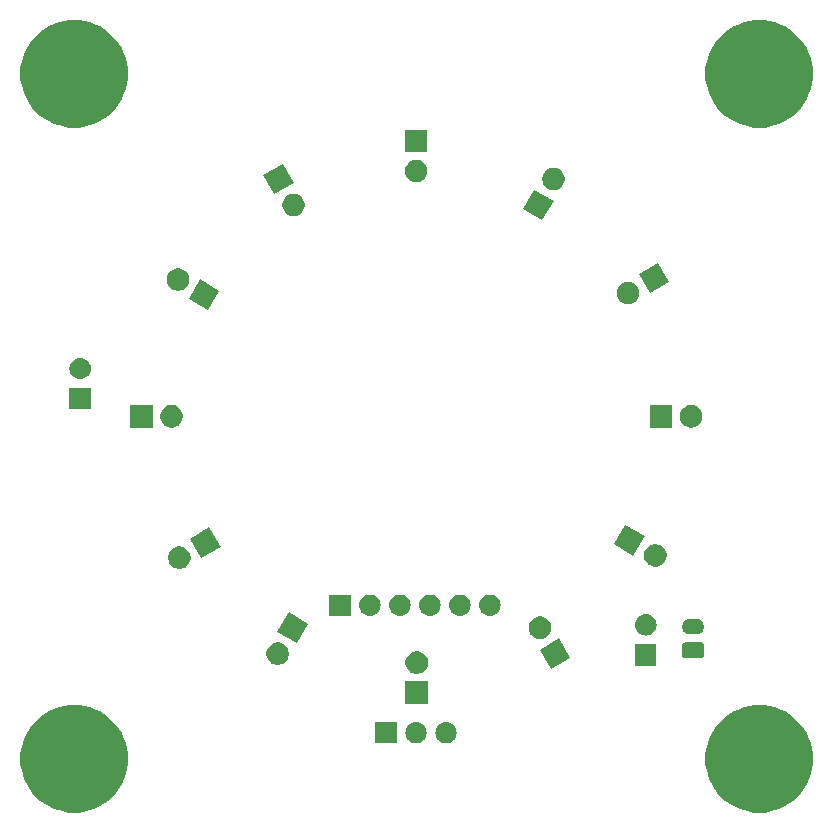
<source format=gbr>
G04 #@! TF.GenerationSoftware,KiCad,Pcbnew,(5.1.4-0)*
G04 #@! TF.CreationDate,2022-04-01T12:31:45+08:00*
G04 #@! TF.ProjectId,esp8266_ntp_clock,65737038-3236-4365-9f6e-74705f636c6f,v1.0*
G04 #@! TF.SameCoordinates,Original*
G04 #@! TF.FileFunction,Soldermask,Bot*
G04 #@! TF.FilePolarity,Negative*
%FSLAX46Y46*%
G04 Gerber Fmt 4.6, Leading zero omitted, Abs format (unit mm)*
G04 Created by KiCad (PCBNEW (5.1.4-0)) date 2022-04-01 12:31:45*
%MOMM*%
%LPD*%
G04 APERTURE LIST*
%ADD10C,0.100000*%
G04 APERTURE END LIST*
D10*
G36*
X144327477Y-108623892D02*
G01*
X144670541Y-108765994D01*
X145155707Y-108966956D01*
X145901093Y-109465008D01*
X146534992Y-110098907D01*
X147033044Y-110844293D01*
X147223042Y-111302989D01*
X147376108Y-111672523D01*
X147551000Y-112551764D01*
X147551000Y-113448236D01*
X147376108Y-114327477D01*
X147234006Y-114670541D01*
X147033044Y-115155707D01*
X146534992Y-115901093D01*
X145901093Y-116534992D01*
X145155707Y-117033044D01*
X144670541Y-117234006D01*
X144327477Y-117376108D01*
X143448236Y-117551000D01*
X142551764Y-117551000D01*
X141672523Y-117376108D01*
X141329459Y-117234006D01*
X140844293Y-117033044D01*
X140098907Y-116534992D01*
X139465008Y-115901093D01*
X138966956Y-115155707D01*
X138765994Y-114670541D01*
X138623892Y-114327477D01*
X138449000Y-113448236D01*
X138449000Y-112551764D01*
X138623892Y-111672523D01*
X138776958Y-111302989D01*
X138966956Y-110844293D01*
X139465008Y-110098907D01*
X140098907Y-109465008D01*
X140844293Y-108966956D01*
X141329459Y-108765994D01*
X141672523Y-108623892D01*
X142551764Y-108449000D01*
X143448236Y-108449000D01*
X144327477Y-108623892D01*
X144327477Y-108623892D01*
G37*
G36*
X86327477Y-108623892D02*
G01*
X86670541Y-108765994D01*
X87155707Y-108966956D01*
X87901093Y-109465008D01*
X88534992Y-110098907D01*
X89033044Y-110844293D01*
X89223042Y-111302989D01*
X89376108Y-111672523D01*
X89551000Y-112551764D01*
X89551000Y-113448236D01*
X89376108Y-114327477D01*
X89234006Y-114670541D01*
X89033044Y-115155707D01*
X88534992Y-115901093D01*
X87901093Y-116534992D01*
X87155707Y-117033044D01*
X86670541Y-117234006D01*
X86327477Y-117376108D01*
X85448236Y-117551000D01*
X84551764Y-117551000D01*
X83672523Y-117376108D01*
X83329459Y-117234006D01*
X82844293Y-117033044D01*
X82098907Y-116534992D01*
X81465008Y-115901093D01*
X80966956Y-115155707D01*
X80765994Y-114670541D01*
X80623892Y-114327477D01*
X80449000Y-113448236D01*
X80449000Y-112551764D01*
X80623892Y-111672523D01*
X80776958Y-111302989D01*
X80966956Y-110844293D01*
X81465008Y-110098907D01*
X82098907Y-109465008D01*
X82844293Y-108966956D01*
X83329459Y-108765994D01*
X83672523Y-108623892D01*
X84551764Y-108449000D01*
X85448236Y-108449000D01*
X86327477Y-108623892D01*
X86327477Y-108623892D01*
G37*
G36*
X112301000Y-111701000D02*
G01*
X110499000Y-111701000D01*
X110499000Y-109899000D01*
X112301000Y-109899000D01*
X112301000Y-111701000D01*
X112301000Y-111701000D01*
G37*
G36*
X116590442Y-109905518D02*
G01*
X116656627Y-109912037D01*
X116826466Y-109963557D01*
X116982991Y-110047222D01*
X117018729Y-110076552D01*
X117120186Y-110159814D01*
X117203448Y-110261271D01*
X117232778Y-110297009D01*
X117316443Y-110453534D01*
X117367963Y-110623373D01*
X117385359Y-110800000D01*
X117367963Y-110976627D01*
X117316443Y-111146466D01*
X117232778Y-111302991D01*
X117203448Y-111338729D01*
X117120186Y-111440186D01*
X117018729Y-111523448D01*
X116982991Y-111552778D01*
X116826466Y-111636443D01*
X116656627Y-111687963D01*
X116590442Y-111694482D01*
X116524260Y-111701000D01*
X116435740Y-111701000D01*
X116369558Y-111694482D01*
X116303373Y-111687963D01*
X116133534Y-111636443D01*
X115977009Y-111552778D01*
X115941271Y-111523448D01*
X115839814Y-111440186D01*
X115756552Y-111338729D01*
X115727222Y-111302991D01*
X115643557Y-111146466D01*
X115592037Y-110976627D01*
X115574641Y-110800000D01*
X115592037Y-110623373D01*
X115643557Y-110453534D01*
X115727222Y-110297009D01*
X115756552Y-110261271D01*
X115839814Y-110159814D01*
X115941271Y-110076552D01*
X115977009Y-110047222D01*
X116133534Y-109963557D01*
X116303373Y-109912037D01*
X116369558Y-109905518D01*
X116435740Y-109899000D01*
X116524260Y-109899000D01*
X116590442Y-109905518D01*
X116590442Y-109905518D01*
G37*
G36*
X114050442Y-109905518D02*
G01*
X114116627Y-109912037D01*
X114286466Y-109963557D01*
X114442991Y-110047222D01*
X114478729Y-110076552D01*
X114580186Y-110159814D01*
X114663448Y-110261271D01*
X114692778Y-110297009D01*
X114776443Y-110453534D01*
X114827963Y-110623373D01*
X114845359Y-110800000D01*
X114827963Y-110976627D01*
X114776443Y-111146466D01*
X114692778Y-111302991D01*
X114663448Y-111338729D01*
X114580186Y-111440186D01*
X114478729Y-111523448D01*
X114442991Y-111552778D01*
X114286466Y-111636443D01*
X114116627Y-111687963D01*
X114050442Y-111694482D01*
X113984260Y-111701000D01*
X113895740Y-111701000D01*
X113829558Y-111694482D01*
X113763373Y-111687963D01*
X113593534Y-111636443D01*
X113437009Y-111552778D01*
X113401271Y-111523448D01*
X113299814Y-111440186D01*
X113216552Y-111338729D01*
X113187222Y-111302991D01*
X113103557Y-111146466D01*
X113052037Y-110976627D01*
X113034641Y-110800000D01*
X113052037Y-110623373D01*
X113103557Y-110453534D01*
X113187222Y-110297009D01*
X113216552Y-110261271D01*
X113299814Y-110159814D01*
X113401271Y-110076552D01*
X113437009Y-110047222D01*
X113593534Y-109963557D01*
X113763373Y-109912037D01*
X113829558Y-109905518D01*
X113895740Y-109899000D01*
X113984260Y-109899000D01*
X114050442Y-109905518D01*
X114050442Y-109905518D01*
G37*
G36*
X114951000Y-108351000D02*
G01*
X113049000Y-108351000D01*
X113049000Y-106449000D01*
X114951000Y-106449000D01*
X114951000Y-108351000D01*
X114951000Y-108351000D01*
G37*
G36*
X114277395Y-103945546D02*
G01*
X114450466Y-104017234D01*
X114450467Y-104017235D01*
X114606227Y-104121310D01*
X114738690Y-104253773D01*
X114738691Y-104253775D01*
X114842766Y-104409534D01*
X114914454Y-104582605D01*
X114951000Y-104766333D01*
X114951000Y-104953667D01*
X114914454Y-105137395D01*
X114842766Y-105310466D01*
X114842765Y-105310467D01*
X114738690Y-105466227D01*
X114606227Y-105598690D01*
X114527818Y-105651081D01*
X114450466Y-105702766D01*
X114277395Y-105774454D01*
X114093667Y-105811000D01*
X113906333Y-105811000D01*
X113722605Y-105774454D01*
X113549534Y-105702766D01*
X113472182Y-105651081D01*
X113393773Y-105598690D01*
X113261310Y-105466227D01*
X113157235Y-105310467D01*
X113157234Y-105310466D01*
X113085546Y-105137395D01*
X113049000Y-104953667D01*
X113049000Y-104766333D01*
X113085546Y-104582605D01*
X113157234Y-104409534D01*
X113261309Y-104253775D01*
X113261310Y-104253773D01*
X113393773Y-104121310D01*
X113549533Y-104017235D01*
X113549534Y-104017234D01*
X113722605Y-103945546D01*
X113906333Y-103909000D01*
X114093667Y-103909000D01*
X114277395Y-103945546D01*
X114277395Y-103945546D01*
G37*
G36*
X126999091Y-104448090D02*
G01*
X125351910Y-105399091D01*
X124400909Y-103751910D01*
X126048090Y-102800909D01*
X126999091Y-104448090D01*
X126999091Y-104448090D01*
G37*
G36*
X134301000Y-105101000D02*
G01*
X132499000Y-105101000D01*
X132499000Y-103299000D01*
X134301000Y-103299000D01*
X134301000Y-105101000D01*
X134301000Y-105101000D01*
G37*
G36*
X102507395Y-103185251D02*
G01*
X102680466Y-103256939D01*
X102680467Y-103256940D01*
X102836227Y-103361015D01*
X102968690Y-103493478D01*
X102968691Y-103493480D01*
X103072766Y-103649239D01*
X103144454Y-103822310D01*
X103181000Y-104006038D01*
X103181000Y-104193372D01*
X103144454Y-104377100D01*
X103072766Y-104550171D01*
X103072765Y-104550172D01*
X102968690Y-104705932D01*
X102836227Y-104838395D01*
X102757818Y-104890786D01*
X102680466Y-104942471D01*
X102507395Y-105014159D01*
X102323667Y-105050705D01*
X102136333Y-105050705D01*
X101952605Y-105014159D01*
X101779534Y-104942471D01*
X101702182Y-104890786D01*
X101623773Y-104838395D01*
X101491310Y-104705932D01*
X101387235Y-104550172D01*
X101387234Y-104550171D01*
X101315546Y-104377100D01*
X101279000Y-104193372D01*
X101279000Y-104006038D01*
X101315546Y-103822310D01*
X101387234Y-103649239D01*
X101491309Y-103493480D01*
X101491310Y-103493478D01*
X101623773Y-103361015D01*
X101779533Y-103256940D01*
X101779534Y-103256939D01*
X101952605Y-103185251D01*
X102136333Y-103148705D01*
X102323667Y-103148705D01*
X102507395Y-103185251D01*
X102507395Y-103185251D01*
G37*
G36*
X138166242Y-103153404D02*
G01*
X138203337Y-103164657D01*
X138237515Y-103182925D01*
X138267481Y-103207519D01*
X138292075Y-103237485D01*
X138310343Y-103271663D01*
X138321596Y-103308758D01*
X138326000Y-103353474D01*
X138326000Y-104246526D01*
X138321596Y-104291242D01*
X138310343Y-104328337D01*
X138292075Y-104362515D01*
X138267481Y-104392481D01*
X138237515Y-104417075D01*
X138203337Y-104435343D01*
X138166242Y-104446596D01*
X138121526Y-104451000D01*
X136678474Y-104451000D01*
X136633758Y-104446596D01*
X136596663Y-104435343D01*
X136562485Y-104417075D01*
X136532519Y-104392481D01*
X136507925Y-104362515D01*
X136489657Y-104328337D01*
X136478404Y-104291242D01*
X136474000Y-104246526D01*
X136474000Y-103353474D01*
X136478404Y-103308758D01*
X136489657Y-103271663D01*
X136507925Y-103237485D01*
X136532519Y-103207519D01*
X136562485Y-103182925D01*
X136596663Y-103164657D01*
X136633758Y-103153404D01*
X136678474Y-103149000D01*
X138121526Y-103149000D01*
X138166242Y-103153404D01*
X138166242Y-103153404D01*
G37*
G36*
X104799091Y-101551910D02*
G01*
X103848090Y-103199091D01*
X102200909Y-102248090D01*
X103151910Y-100600909D01*
X104799091Y-101551910D01*
X104799091Y-101551910D01*
G37*
G36*
X124707395Y-100985841D02*
G01*
X124880466Y-101057529D01*
X124880467Y-101057530D01*
X125036227Y-101161605D01*
X125168690Y-101294068D01*
X125197674Y-101337446D01*
X125272766Y-101449829D01*
X125344454Y-101622900D01*
X125381000Y-101806628D01*
X125381000Y-101993962D01*
X125344454Y-102177690D01*
X125272766Y-102350761D01*
X125231327Y-102412779D01*
X125168690Y-102506522D01*
X125036227Y-102638985D01*
X124957818Y-102691376D01*
X124880466Y-102743061D01*
X124707395Y-102814749D01*
X124523667Y-102851295D01*
X124336333Y-102851295D01*
X124152605Y-102814749D01*
X123979534Y-102743061D01*
X123902182Y-102691376D01*
X123823773Y-102638985D01*
X123691310Y-102506522D01*
X123628673Y-102412779D01*
X123587234Y-102350761D01*
X123515546Y-102177690D01*
X123479000Y-101993962D01*
X123479000Y-101806628D01*
X123515546Y-101622900D01*
X123587234Y-101449829D01*
X123662326Y-101337446D01*
X123691310Y-101294068D01*
X123823773Y-101161605D01*
X123979533Y-101057530D01*
X123979534Y-101057529D01*
X124152605Y-100985841D01*
X124336333Y-100949295D01*
X124523667Y-100949295D01*
X124707395Y-100985841D01*
X124707395Y-100985841D01*
G37*
G36*
X133510443Y-100765519D02*
G01*
X133576627Y-100772037D01*
X133746466Y-100823557D01*
X133902991Y-100907222D01*
X133938729Y-100936552D01*
X134040186Y-101019814D01*
X134123448Y-101121271D01*
X134152778Y-101157009D01*
X134236443Y-101313534D01*
X134287963Y-101483373D01*
X134305359Y-101660000D01*
X134287963Y-101836627D01*
X134236443Y-102006466D01*
X134152778Y-102162991D01*
X134140714Y-102177691D01*
X134040186Y-102300186D01*
X133938729Y-102383448D01*
X133902991Y-102412778D01*
X133746466Y-102496443D01*
X133576627Y-102547963D01*
X133510443Y-102554481D01*
X133444260Y-102561000D01*
X133355740Y-102561000D01*
X133289558Y-102554482D01*
X133223373Y-102547963D01*
X133053534Y-102496443D01*
X132897009Y-102412778D01*
X132861271Y-102383448D01*
X132759814Y-102300186D01*
X132659286Y-102177691D01*
X132647222Y-102162991D01*
X132563557Y-102006466D01*
X132512037Y-101836627D01*
X132494641Y-101660000D01*
X132512037Y-101483373D01*
X132563557Y-101313534D01*
X132647222Y-101157009D01*
X132676552Y-101121271D01*
X132759814Y-101019814D01*
X132861271Y-100936552D01*
X132897009Y-100907222D01*
X133053534Y-100823557D01*
X133223373Y-100772037D01*
X133289557Y-100765519D01*
X133355740Y-100759000D01*
X133444260Y-100759000D01*
X133510443Y-100765519D01*
X133510443Y-100765519D01*
G37*
G36*
X137738855Y-101152140D02*
G01*
X137802618Y-101158420D01*
X137893404Y-101185960D01*
X137925336Y-101195646D01*
X138038425Y-101256094D01*
X138137554Y-101337446D01*
X138218906Y-101436575D01*
X138279354Y-101549664D01*
X138279355Y-101549668D01*
X138316580Y-101672382D01*
X138329149Y-101800000D01*
X138316580Y-101927618D01*
X138296455Y-101993960D01*
X138279354Y-102050336D01*
X138218906Y-102163425D01*
X138137554Y-102262554D01*
X138038425Y-102343906D01*
X137925336Y-102404354D01*
X137897565Y-102412778D01*
X137802618Y-102441580D01*
X137738855Y-102447860D01*
X137706974Y-102451000D01*
X137093026Y-102451000D01*
X137061145Y-102447860D01*
X136997382Y-102441580D01*
X136902435Y-102412778D01*
X136874664Y-102404354D01*
X136761575Y-102343906D01*
X136662446Y-102262554D01*
X136581094Y-102163425D01*
X136520646Y-102050336D01*
X136503545Y-101993960D01*
X136483420Y-101927618D01*
X136470851Y-101800000D01*
X136483420Y-101672382D01*
X136520645Y-101549668D01*
X136520646Y-101549664D01*
X136581094Y-101436575D01*
X136662446Y-101337446D01*
X136761575Y-101256094D01*
X136874664Y-101195646D01*
X136906596Y-101185960D01*
X136997382Y-101158420D01*
X137061145Y-101152140D01*
X137093026Y-101149000D01*
X137706974Y-101149000D01*
X137738855Y-101152140D01*
X137738855Y-101152140D01*
G37*
G36*
X108401000Y-100901000D02*
G01*
X106599000Y-100901000D01*
X106599000Y-99099000D01*
X108401000Y-99099000D01*
X108401000Y-100901000D01*
X108401000Y-100901000D01*
G37*
G36*
X120310442Y-99105518D02*
G01*
X120376627Y-99112037D01*
X120546466Y-99163557D01*
X120702991Y-99247222D01*
X120738729Y-99276552D01*
X120840186Y-99359814D01*
X120923448Y-99461271D01*
X120952778Y-99497009D01*
X121036443Y-99653534D01*
X121087963Y-99823373D01*
X121105359Y-100000000D01*
X121087963Y-100176627D01*
X121036443Y-100346466D01*
X120952778Y-100502991D01*
X120923448Y-100538729D01*
X120840186Y-100640186D01*
X120738729Y-100723448D01*
X120702991Y-100752778D01*
X120546466Y-100836443D01*
X120376627Y-100887963D01*
X120310443Y-100894481D01*
X120244260Y-100901000D01*
X120155740Y-100901000D01*
X120089557Y-100894481D01*
X120023373Y-100887963D01*
X119853534Y-100836443D01*
X119697009Y-100752778D01*
X119661271Y-100723448D01*
X119559814Y-100640186D01*
X119476552Y-100538729D01*
X119447222Y-100502991D01*
X119363557Y-100346466D01*
X119312037Y-100176627D01*
X119294641Y-100000000D01*
X119312037Y-99823373D01*
X119363557Y-99653534D01*
X119447222Y-99497009D01*
X119476552Y-99461271D01*
X119559814Y-99359814D01*
X119661271Y-99276552D01*
X119697009Y-99247222D01*
X119853534Y-99163557D01*
X120023373Y-99112037D01*
X120089558Y-99105518D01*
X120155740Y-99099000D01*
X120244260Y-99099000D01*
X120310442Y-99105518D01*
X120310442Y-99105518D01*
G37*
G36*
X117770442Y-99105518D02*
G01*
X117836627Y-99112037D01*
X118006466Y-99163557D01*
X118162991Y-99247222D01*
X118198729Y-99276552D01*
X118300186Y-99359814D01*
X118383448Y-99461271D01*
X118412778Y-99497009D01*
X118496443Y-99653534D01*
X118547963Y-99823373D01*
X118565359Y-100000000D01*
X118547963Y-100176627D01*
X118496443Y-100346466D01*
X118412778Y-100502991D01*
X118383448Y-100538729D01*
X118300186Y-100640186D01*
X118198729Y-100723448D01*
X118162991Y-100752778D01*
X118006466Y-100836443D01*
X117836627Y-100887963D01*
X117770443Y-100894481D01*
X117704260Y-100901000D01*
X117615740Y-100901000D01*
X117549557Y-100894481D01*
X117483373Y-100887963D01*
X117313534Y-100836443D01*
X117157009Y-100752778D01*
X117121271Y-100723448D01*
X117019814Y-100640186D01*
X116936552Y-100538729D01*
X116907222Y-100502991D01*
X116823557Y-100346466D01*
X116772037Y-100176627D01*
X116754641Y-100000000D01*
X116772037Y-99823373D01*
X116823557Y-99653534D01*
X116907222Y-99497009D01*
X116936552Y-99461271D01*
X117019814Y-99359814D01*
X117121271Y-99276552D01*
X117157009Y-99247222D01*
X117313534Y-99163557D01*
X117483373Y-99112037D01*
X117549558Y-99105518D01*
X117615740Y-99099000D01*
X117704260Y-99099000D01*
X117770442Y-99105518D01*
X117770442Y-99105518D01*
G37*
G36*
X115230442Y-99105518D02*
G01*
X115296627Y-99112037D01*
X115466466Y-99163557D01*
X115622991Y-99247222D01*
X115658729Y-99276552D01*
X115760186Y-99359814D01*
X115843448Y-99461271D01*
X115872778Y-99497009D01*
X115956443Y-99653534D01*
X116007963Y-99823373D01*
X116025359Y-100000000D01*
X116007963Y-100176627D01*
X115956443Y-100346466D01*
X115872778Y-100502991D01*
X115843448Y-100538729D01*
X115760186Y-100640186D01*
X115658729Y-100723448D01*
X115622991Y-100752778D01*
X115466466Y-100836443D01*
X115296627Y-100887963D01*
X115230443Y-100894481D01*
X115164260Y-100901000D01*
X115075740Y-100901000D01*
X115009557Y-100894481D01*
X114943373Y-100887963D01*
X114773534Y-100836443D01*
X114617009Y-100752778D01*
X114581271Y-100723448D01*
X114479814Y-100640186D01*
X114396552Y-100538729D01*
X114367222Y-100502991D01*
X114283557Y-100346466D01*
X114232037Y-100176627D01*
X114214641Y-100000000D01*
X114232037Y-99823373D01*
X114283557Y-99653534D01*
X114367222Y-99497009D01*
X114396552Y-99461271D01*
X114479814Y-99359814D01*
X114581271Y-99276552D01*
X114617009Y-99247222D01*
X114773534Y-99163557D01*
X114943373Y-99112037D01*
X115009558Y-99105518D01*
X115075740Y-99099000D01*
X115164260Y-99099000D01*
X115230442Y-99105518D01*
X115230442Y-99105518D01*
G37*
G36*
X112690442Y-99105518D02*
G01*
X112756627Y-99112037D01*
X112926466Y-99163557D01*
X113082991Y-99247222D01*
X113118729Y-99276552D01*
X113220186Y-99359814D01*
X113303448Y-99461271D01*
X113332778Y-99497009D01*
X113416443Y-99653534D01*
X113467963Y-99823373D01*
X113485359Y-100000000D01*
X113467963Y-100176627D01*
X113416443Y-100346466D01*
X113332778Y-100502991D01*
X113303448Y-100538729D01*
X113220186Y-100640186D01*
X113118729Y-100723448D01*
X113082991Y-100752778D01*
X112926466Y-100836443D01*
X112756627Y-100887963D01*
X112690443Y-100894481D01*
X112624260Y-100901000D01*
X112535740Y-100901000D01*
X112469557Y-100894481D01*
X112403373Y-100887963D01*
X112233534Y-100836443D01*
X112077009Y-100752778D01*
X112041271Y-100723448D01*
X111939814Y-100640186D01*
X111856552Y-100538729D01*
X111827222Y-100502991D01*
X111743557Y-100346466D01*
X111692037Y-100176627D01*
X111674641Y-100000000D01*
X111692037Y-99823373D01*
X111743557Y-99653534D01*
X111827222Y-99497009D01*
X111856552Y-99461271D01*
X111939814Y-99359814D01*
X112041271Y-99276552D01*
X112077009Y-99247222D01*
X112233534Y-99163557D01*
X112403373Y-99112037D01*
X112469558Y-99105518D01*
X112535740Y-99099000D01*
X112624260Y-99099000D01*
X112690442Y-99105518D01*
X112690442Y-99105518D01*
G37*
G36*
X110150442Y-99105518D02*
G01*
X110216627Y-99112037D01*
X110386466Y-99163557D01*
X110542991Y-99247222D01*
X110578729Y-99276552D01*
X110680186Y-99359814D01*
X110763448Y-99461271D01*
X110792778Y-99497009D01*
X110876443Y-99653534D01*
X110927963Y-99823373D01*
X110945359Y-100000000D01*
X110927963Y-100176627D01*
X110876443Y-100346466D01*
X110792778Y-100502991D01*
X110763448Y-100538729D01*
X110680186Y-100640186D01*
X110578729Y-100723448D01*
X110542991Y-100752778D01*
X110386466Y-100836443D01*
X110216627Y-100887963D01*
X110150443Y-100894481D01*
X110084260Y-100901000D01*
X109995740Y-100901000D01*
X109929557Y-100894481D01*
X109863373Y-100887963D01*
X109693534Y-100836443D01*
X109537009Y-100752778D01*
X109501271Y-100723448D01*
X109399814Y-100640186D01*
X109316552Y-100538729D01*
X109287222Y-100502991D01*
X109203557Y-100346466D01*
X109152037Y-100176627D01*
X109134641Y-100000000D01*
X109152037Y-99823373D01*
X109203557Y-99653534D01*
X109287222Y-99497009D01*
X109316552Y-99461271D01*
X109399814Y-99359814D01*
X109501271Y-99276552D01*
X109537009Y-99247222D01*
X109693534Y-99163557D01*
X109863373Y-99112037D01*
X109929558Y-99105518D01*
X109995740Y-99099000D01*
X110084260Y-99099000D01*
X110150442Y-99105518D01*
X110150442Y-99105518D01*
G37*
G36*
X94177690Y-95055546D02*
G01*
X94350761Y-95127234D01*
X94350762Y-95127235D01*
X94506522Y-95231310D01*
X94638985Y-95363773D01*
X94638986Y-95363775D01*
X94743061Y-95519534D01*
X94814749Y-95692605D01*
X94851295Y-95876333D01*
X94851295Y-96063667D01*
X94814749Y-96247395D01*
X94743061Y-96420466D01*
X94743060Y-96420467D01*
X94638985Y-96576227D01*
X94506522Y-96708690D01*
X94428113Y-96761081D01*
X94350761Y-96812766D01*
X94177690Y-96884454D01*
X93993962Y-96921000D01*
X93806628Y-96921000D01*
X93622900Y-96884454D01*
X93449829Y-96812766D01*
X93372477Y-96761081D01*
X93294068Y-96708690D01*
X93161605Y-96576227D01*
X93057530Y-96420467D01*
X93057529Y-96420466D01*
X92985841Y-96247395D01*
X92949295Y-96063667D01*
X92949295Y-95876333D01*
X92985841Y-95692605D01*
X93057529Y-95519534D01*
X93161604Y-95363775D01*
X93161605Y-95363773D01*
X93294068Y-95231310D01*
X93449828Y-95127235D01*
X93449829Y-95127234D01*
X93622900Y-95055546D01*
X93806628Y-95019000D01*
X93993962Y-95019000D01*
X94177690Y-95055546D01*
X94177690Y-95055546D01*
G37*
G36*
X134477100Y-94855546D02*
G01*
X134650171Y-94927234D01*
X134650172Y-94927235D01*
X134805932Y-95031310D01*
X134938395Y-95163773D01*
X134938396Y-95163775D01*
X135042471Y-95319534D01*
X135114159Y-95492605D01*
X135150705Y-95676333D01*
X135150705Y-95863667D01*
X135114159Y-96047395D01*
X135042471Y-96220466D01*
X135024477Y-96247396D01*
X134938395Y-96376227D01*
X134805932Y-96508690D01*
X134727523Y-96561081D01*
X134650171Y-96612766D01*
X134477100Y-96684454D01*
X134293372Y-96721000D01*
X134106038Y-96721000D01*
X133922310Y-96684454D01*
X133749239Y-96612766D01*
X133671887Y-96561081D01*
X133593478Y-96508690D01*
X133461015Y-96376227D01*
X133374933Y-96247396D01*
X133356939Y-96220466D01*
X133285251Y-96047395D01*
X133248705Y-95863667D01*
X133248705Y-95676333D01*
X133285251Y-95492605D01*
X133356939Y-95319534D01*
X133461014Y-95163775D01*
X133461015Y-95163773D01*
X133593478Y-95031310D01*
X133749238Y-94927235D01*
X133749239Y-94927234D01*
X133922310Y-94855546D01*
X134106038Y-94819000D01*
X134293372Y-94819000D01*
X134477100Y-94855546D01*
X134477100Y-94855546D01*
G37*
G36*
X97399091Y-95048090D02*
G01*
X95751910Y-95999091D01*
X94800909Y-94351910D01*
X96448090Y-93400909D01*
X97399091Y-95048090D01*
X97399091Y-95048090D01*
G37*
G36*
X133299091Y-94151910D02*
G01*
X132348090Y-95799091D01*
X130700909Y-94848090D01*
X131651910Y-93200909D01*
X133299091Y-94151910D01*
X133299091Y-94151910D01*
G37*
G36*
X91651000Y-84951000D02*
G01*
X89749000Y-84951000D01*
X89749000Y-83049000D01*
X91651000Y-83049000D01*
X91651000Y-84951000D01*
X91651000Y-84951000D01*
G37*
G36*
X93517395Y-83085546D02*
G01*
X93690466Y-83157234D01*
X93690467Y-83157235D01*
X93846227Y-83261310D01*
X93978690Y-83393773D01*
X93978691Y-83393775D01*
X94082766Y-83549534D01*
X94154454Y-83722605D01*
X94191000Y-83906333D01*
X94191000Y-84093667D01*
X94154454Y-84277395D01*
X94082766Y-84450466D01*
X94082765Y-84450467D01*
X93978690Y-84606227D01*
X93846227Y-84738690D01*
X93767818Y-84791081D01*
X93690466Y-84842766D01*
X93517395Y-84914454D01*
X93333667Y-84951000D01*
X93146333Y-84951000D01*
X92962605Y-84914454D01*
X92789534Y-84842766D01*
X92712182Y-84791081D01*
X92633773Y-84738690D01*
X92501310Y-84606227D01*
X92397235Y-84450467D01*
X92397234Y-84450466D01*
X92325546Y-84277395D01*
X92289000Y-84093667D01*
X92289000Y-83906333D01*
X92325546Y-83722605D01*
X92397234Y-83549534D01*
X92501309Y-83393775D01*
X92501310Y-83393773D01*
X92633773Y-83261310D01*
X92789533Y-83157235D01*
X92789534Y-83157234D01*
X92962605Y-83085546D01*
X93146333Y-83049000D01*
X93333667Y-83049000D01*
X93517395Y-83085546D01*
X93517395Y-83085546D01*
G37*
G36*
X135651000Y-84951000D02*
G01*
X133749000Y-84951000D01*
X133749000Y-83049000D01*
X135651000Y-83049000D01*
X135651000Y-84951000D01*
X135651000Y-84951000D01*
G37*
G36*
X137517395Y-83085546D02*
G01*
X137690466Y-83157234D01*
X137690467Y-83157235D01*
X137846227Y-83261310D01*
X137978690Y-83393773D01*
X137978691Y-83393775D01*
X138082766Y-83549534D01*
X138154454Y-83722605D01*
X138191000Y-83906333D01*
X138191000Y-84093667D01*
X138154454Y-84277395D01*
X138082766Y-84450466D01*
X138082765Y-84450467D01*
X137978690Y-84606227D01*
X137846227Y-84738690D01*
X137767818Y-84791081D01*
X137690466Y-84842766D01*
X137517395Y-84914454D01*
X137333667Y-84951000D01*
X137146333Y-84951000D01*
X136962605Y-84914454D01*
X136789534Y-84842766D01*
X136712182Y-84791081D01*
X136633773Y-84738690D01*
X136501310Y-84606227D01*
X136397235Y-84450467D01*
X136397234Y-84450466D01*
X136325546Y-84277395D01*
X136289000Y-84093667D01*
X136289000Y-83906333D01*
X136325546Y-83722605D01*
X136397234Y-83549534D01*
X136501309Y-83393775D01*
X136501310Y-83393773D01*
X136633773Y-83261310D01*
X136789533Y-83157235D01*
X136789534Y-83157234D01*
X136962605Y-83085546D01*
X137146333Y-83049000D01*
X137333667Y-83049000D01*
X137517395Y-83085546D01*
X137517395Y-83085546D01*
G37*
G36*
X86401000Y-83401000D02*
G01*
X84599000Y-83401000D01*
X84599000Y-81599000D01*
X86401000Y-81599000D01*
X86401000Y-83401000D01*
X86401000Y-83401000D01*
G37*
G36*
X85610443Y-79065519D02*
G01*
X85676627Y-79072037D01*
X85846466Y-79123557D01*
X86002991Y-79207222D01*
X86038729Y-79236552D01*
X86140186Y-79319814D01*
X86223448Y-79421271D01*
X86252778Y-79457009D01*
X86336443Y-79613534D01*
X86387963Y-79783373D01*
X86405359Y-79960000D01*
X86387963Y-80136627D01*
X86336443Y-80306466D01*
X86252778Y-80462991D01*
X86223448Y-80498729D01*
X86140186Y-80600186D01*
X86038729Y-80683448D01*
X86002991Y-80712778D01*
X85846466Y-80796443D01*
X85676627Y-80847963D01*
X85610442Y-80854482D01*
X85544260Y-80861000D01*
X85455740Y-80861000D01*
X85389558Y-80854482D01*
X85323373Y-80847963D01*
X85153534Y-80796443D01*
X84997009Y-80712778D01*
X84961271Y-80683448D01*
X84859814Y-80600186D01*
X84776552Y-80498729D01*
X84747222Y-80462991D01*
X84663557Y-80306466D01*
X84612037Y-80136627D01*
X84594641Y-79960000D01*
X84612037Y-79783373D01*
X84663557Y-79613534D01*
X84747222Y-79457009D01*
X84776552Y-79421271D01*
X84859814Y-79319814D01*
X84961271Y-79236552D01*
X84997009Y-79207222D01*
X85153534Y-79123557D01*
X85323373Y-79072037D01*
X85389557Y-79065519D01*
X85455740Y-79059000D01*
X85544260Y-79059000D01*
X85610443Y-79065519D01*
X85610443Y-79065519D01*
G37*
G36*
X97299091Y-73351910D02*
G01*
X96348090Y-74999091D01*
X94700909Y-74048090D01*
X95651910Y-72400909D01*
X97299091Y-73351910D01*
X97299091Y-73351910D01*
G37*
G36*
X132177690Y-72655546D02*
G01*
X132350761Y-72727234D01*
X132350762Y-72727235D01*
X132506522Y-72831310D01*
X132638985Y-72963773D01*
X132638986Y-72963775D01*
X132743061Y-73119534D01*
X132814749Y-73292605D01*
X132851295Y-73476333D01*
X132851295Y-73663667D01*
X132814749Y-73847395D01*
X132743061Y-74020466D01*
X132743060Y-74020467D01*
X132638985Y-74176227D01*
X132506522Y-74308690D01*
X132428113Y-74361081D01*
X132350761Y-74412766D01*
X132177690Y-74484454D01*
X131993962Y-74521000D01*
X131806628Y-74521000D01*
X131622900Y-74484454D01*
X131449829Y-74412766D01*
X131372477Y-74361081D01*
X131294068Y-74308690D01*
X131161605Y-74176227D01*
X131057530Y-74020467D01*
X131057529Y-74020466D01*
X130985841Y-73847395D01*
X130949295Y-73663667D01*
X130949295Y-73476333D01*
X130985841Y-73292605D01*
X131057529Y-73119534D01*
X131161604Y-72963775D01*
X131161605Y-72963773D01*
X131294068Y-72831310D01*
X131449828Y-72727235D01*
X131449829Y-72727234D01*
X131622900Y-72655546D01*
X131806628Y-72619000D01*
X131993962Y-72619000D01*
X132177690Y-72655546D01*
X132177690Y-72655546D01*
G37*
G36*
X135399091Y-72648090D02*
G01*
X133751910Y-73599091D01*
X132800909Y-71951910D01*
X134448090Y-71000909D01*
X135399091Y-72648090D01*
X135399091Y-72648090D01*
G37*
G36*
X94077690Y-71515546D02*
G01*
X94250761Y-71587234D01*
X94250762Y-71587235D01*
X94406522Y-71691310D01*
X94538985Y-71823773D01*
X94538986Y-71823775D01*
X94643061Y-71979534D01*
X94714749Y-72152605D01*
X94751295Y-72336333D01*
X94751295Y-72523667D01*
X94714749Y-72707395D01*
X94643061Y-72880466D01*
X94643060Y-72880467D01*
X94538985Y-73036227D01*
X94406522Y-73168690D01*
X94328113Y-73221081D01*
X94250761Y-73272766D01*
X94077690Y-73344454D01*
X93893962Y-73381000D01*
X93706628Y-73381000D01*
X93522900Y-73344454D01*
X93349829Y-73272766D01*
X93272477Y-73221081D01*
X93194068Y-73168690D01*
X93061605Y-73036227D01*
X92957530Y-72880467D01*
X92957529Y-72880466D01*
X92885841Y-72707395D01*
X92849295Y-72523667D01*
X92849295Y-72336333D01*
X92885841Y-72152605D01*
X92957529Y-71979534D01*
X93061604Y-71823775D01*
X93061605Y-71823773D01*
X93194068Y-71691310D01*
X93349828Y-71587235D01*
X93349829Y-71587234D01*
X93522900Y-71515546D01*
X93706628Y-71479000D01*
X93893962Y-71479000D01*
X94077690Y-71515546D01*
X94077690Y-71515546D01*
G37*
G36*
X125599091Y-65751910D02*
G01*
X124648090Y-67399091D01*
X123000909Y-66448090D01*
X123951910Y-64800909D01*
X125599091Y-65751910D01*
X125599091Y-65751910D01*
G37*
G36*
X103847395Y-65185251D02*
G01*
X104020466Y-65256939D01*
X104020467Y-65256940D01*
X104176227Y-65361015D01*
X104308690Y-65493478D01*
X104308691Y-65493480D01*
X104412766Y-65649239D01*
X104484454Y-65822310D01*
X104521000Y-66006038D01*
X104521000Y-66193372D01*
X104484454Y-66377100D01*
X104412766Y-66550171D01*
X104412765Y-66550172D01*
X104308690Y-66705932D01*
X104176227Y-66838395D01*
X104097818Y-66890786D01*
X104020466Y-66942471D01*
X103847395Y-67014159D01*
X103663667Y-67050705D01*
X103476333Y-67050705D01*
X103292605Y-67014159D01*
X103119534Y-66942471D01*
X103042182Y-66890786D01*
X102963773Y-66838395D01*
X102831310Y-66705932D01*
X102727235Y-66550172D01*
X102727234Y-66550171D01*
X102655546Y-66377100D01*
X102619000Y-66193372D01*
X102619000Y-66006038D01*
X102655546Y-65822310D01*
X102727234Y-65649239D01*
X102831309Y-65493480D01*
X102831310Y-65493478D01*
X102963773Y-65361015D01*
X103119533Y-65256940D01*
X103119534Y-65256939D01*
X103292605Y-65185251D01*
X103476333Y-65148705D01*
X103663667Y-65148705D01*
X103847395Y-65185251D01*
X103847395Y-65185251D01*
G37*
G36*
X103599091Y-64248090D02*
G01*
X101951910Y-65199091D01*
X101000909Y-63551910D01*
X102648090Y-62600909D01*
X103599091Y-64248090D01*
X103599091Y-64248090D01*
G37*
G36*
X125847395Y-62985841D02*
G01*
X126020466Y-63057529D01*
X126020467Y-63057530D01*
X126176227Y-63161605D01*
X126308690Y-63294068D01*
X126308691Y-63294070D01*
X126412766Y-63449829D01*
X126484454Y-63622900D01*
X126521000Y-63806628D01*
X126521000Y-63993962D01*
X126484454Y-64177690D01*
X126412766Y-64350761D01*
X126412765Y-64350762D01*
X126308690Y-64506522D01*
X126176227Y-64638985D01*
X126097818Y-64691376D01*
X126020466Y-64743061D01*
X125847395Y-64814749D01*
X125663667Y-64851295D01*
X125476333Y-64851295D01*
X125292605Y-64814749D01*
X125119534Y-64743061D01*
X125042182Y-64691376D01*
X124963773Y-64638985D01*
X124831310Y-64506522D01*
X124727235Y-64350762D01*
X124727234Y-64350761D01*
X124655546Y-64177690D01*
X124619000Y-63993962D01*
X124619000Y-63806628D01*
X124655546Y-63622900D01*
X124727234Y-63449829D01*
X124831309Y-63294070D01*
X124831310Y-63294068D01*
X124963773Y-63161605D01*
X125119533Y-63057530D01*
X125119534Y-63057529D01*
X125292605Y-62985841D01*
X125476333Y-62949295D01*
X125663667Y-62949295D01*
X125847395Y-62985841D01*
X125847395Y-62985841D01*
G37*
G36*
X114237395Y-62325546D02*
G01*
X114410466Y-62397234D01*
X114410467Y-62397235D01*
X114566227Y-62501310D01*
X114698690Y-62633773D01*
X114698691Y-62633775D01*
X114802766Y-62789534D01*
X114874454Y-62962605D01*
X114911000Y-63146333D01*
X114911000Y-63333667D01*
X114874454Y-63517395D01*
X114802766Y-63690466D01*
X114802765Y-63690467D01*
X114698690Y-63846227D01*
X114566227Y-63978690D01*
X114487818Y-64031081D01*
X114410466Y-64082766D01*
X114237395Y-64154454D01*
X114053667Y-64191000D01*
X113866333Y-64191000D01*
X113682605Y-64154454D01*
X113509534Y-64082766D01*
X113432182Y-64031081D01*
X113353773Y-63978690D01*
X113221310Y-63846227D01*
X113117235Y-63690467D01*
X113117234Y-63690466D01*
X113045546Y-63517395D01*
X113009000Y-63333667D01*
X113009000Y-63146333D01*
X113045546Y-62962605D01*
X113117234Y-62789534D01*
X113221309Y-62633775D01*
X113221310Y-62633773D01*
X113353773Y-62501310D01*
X113509533Y-62397235D01*
X113509534Y-62397234D01*
X113682605Y-62325546D01*
X113866333Y-62289000D01*
X114053667Y-62289000D01*
X114237395Y-62325546D01*
X114237395Y-62325546D01*
G37*
G36*
X114911000Y-61651000D02*
G01*
X113009000Y-61651000D01*
X113009000Y-59749000D01*
X114911000Y-59749000D01*
X114911000Y-61651000D01*
X114911000Y-61651000D01*
G37*
G36*
X144327477Y-50623892D02*
G01*
X144670541Y-50765994D01*
X145155707Y-50966956D01*
X145901093Y-51465008D01*
X146534992Y-52098907D01*
X147033044Y-52844293D01*
X147234006Y-53329459D01*
X147376108Y-53672523D01*
X147551000Y-54551764D01*
X147551000Y-55448236D01*
X147376108Y-56327477D01*
X147234006Y-56670541D01*
X147033044Y-57155707D01*
X146534992Y-57901093D01*
X145901093Y-58534992D01*
X145155707Y-59033044D01*
X144670541Y-59234006D01*
X144327477Y-59376108D01*
X143448236Y-59551000D01*
X142551764Y-59551000D01*
X141672523Y-59376108D01*
X141329459Y-59234006D01*
X140844293Y-59033044D01*
X140098907Y-58534992D01*
X139465008Y-57901093D01*
X138966956Y-57155707D01*
X138765994Y-56670541D01*
X138623892Y-56327477D01*
X138449000Y-55448236D01*
X138449000Y-54551764D01*
X138623892Y-53672523D01*
X138765994Y-53329459D01*
X138966956Y-52844293D01*
X139465008Y-52098907D01*
X140098907Y-51465008D01*
X140844293Y-50966956D01*
X141329459Y-50765994D01*
X141672523Y-50623892D01*
X142551764Y-50449000D01*
X143448236Y-50449000D01*
X144327477Y-50623892D01*
X144327477Y-50623892D01*
G37*
G36*
X86327477Y-50623892D02*
G01*
X86670541Y-50765994D01*
X87155707Y-50966956D01*
X87901093Y-51465008D01*
X88534992Y-52098907D01*
X89033044Y-52844293D01*
X89234006Y-53329459D01*
X89376108Y-53672523D01*
X89551000Y-54551764D01*
X89551000Y-55448236D01*
X89376108Y-56327477D01*
X89234006Y-56670541D01*
X89033044Y-57155707D01*
X88534992Y-57901093D01*
X87901093Y-58534992D01*
X87155707Y-59033044D01*
X86670541Y-59234006D01*
X86327477Y-59376108D01*
X85448236Y-59551000D01*
X84551764Y-59551000D01*
X83672523Y-59376108D01*
X83329459Y-59234006D01*
X82844293Y-59033044D01*
X82098907Y-58534992D01*
X81465008Y-57901093D01*
X80966956Y-57155707D01*
X80765994Y-56670541D01*
X80623892Y-56327477D01*
X80449000Y-55448236D01*
X80449000Y-54551764D01*
X80623892Y-53672523D01*
X80765994Y-53329459D01*
X80966956Y-52844293D01*
X81465008Y-52098907D01*
X82098907Y-51465008D01*
X82844293Y-50966956D01*
X83329459Y-50765994D01*
X83672523Y-50623892D01*
X84551764Y-50449000D01*
X85448236Y-50449000D01*
X86327477Y-50623892D01*
X86327477Y-50623892D01*
G37*
M02*

</source>
